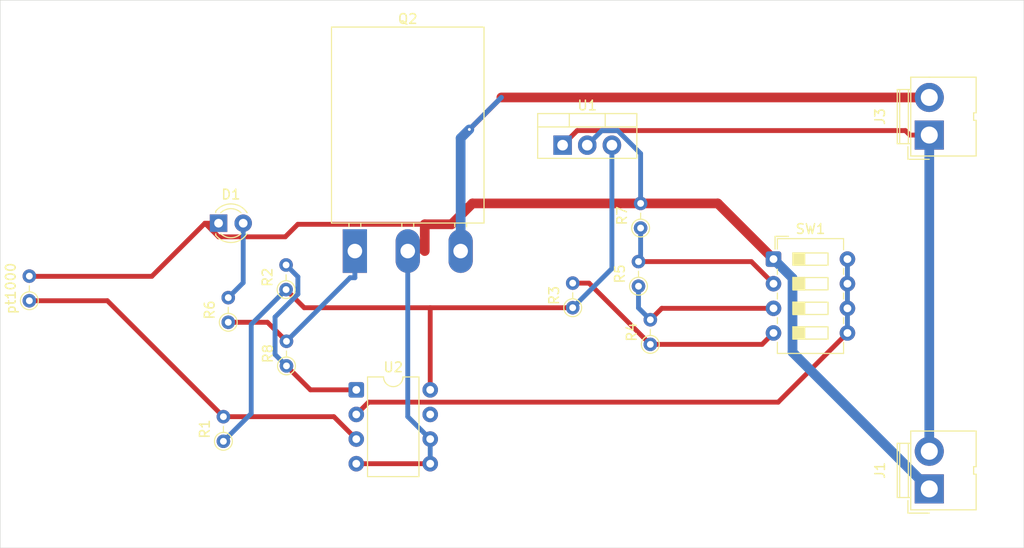
<source format=kicad_pcb>
(kicad_pcb (version 20241229) (generator "pcbnew") (generator_version "9.0")
  (layers (0 "F.Cu" signal) (2 "B.Cu" signal) (13 "F.Paste" user) (15 "B.Paste" user) (5 "F.SilkS" user "F.Silkscreen") (7 "B.SilkS" user "B.Silkscreen") (1 "F.Mask" user) (3 "B.Mask" user) (25 "Edge.Cuts" user))
  (net 0 "")
  (net 1 "Net-(D1-A)")
  (net 2 "GND")
  (net 3 "VCC")
  (net 4 "Net-(J3-Pin_2)")
  (net 5 "Net-(Q2-B)")
  (net 6 "5v")
  (net 7 "Net-(U2A-+)")
  (net 8 "Net-(R3-Pad2)")
  (net 9 "Net-(R4-Pad2)")
  (net 10 "Net-(R5-Pad2)")
  (net 12 "Net-(R2-Pad2)")
  (net 13 "Net-(U2A--)")
  (footprint "Resistor_THT:R_Axial_DIN0204_L3.6mm_D1.6mm_P2.54mm_Vertical" (layer "F.Cu") (at 90.46 95.85 90)
    (property "Reference" "R2" (at 1.27 -1.92 90) (layer "F.SilkS"))
    (property "Value" "10k")
    (fp_line (start 0.92 0) (end 1.54 0) (stroke (width 0.12)) (layer "F.SilkS"))
    (fp_circle (center 0 0) (end 0.92 0) (stroke (width 0.12)) (fill no) (layer "F.SilkS"))
    (pad "1" thru_hole circle (at 0 0 90) (size 1.4 1.4) (drill 0.7) (layers "*.Cu" "*.Mask") (net 6 "5v"))
    (pad "2" thru_hole circle (at 2.54 0 90) (size 1.4 1.4) (drill 0.7) (layers "*.Cu" "*.Mask") (net 12 "Net-(R2-Pad2)"))
  )
  (footprint "Resistor_THT:R_Axial_DIN0204_L3.6mm_D1.6mm_P2.54mm_Vertical" (layer "F.Cu") (at 120 97.72 90)
    (property "Reference" "R3" (at 1.27 -1.92 90) (layer "F.SilkS"))
    (property "Value" "12k")
    (fp_line (start 0.92 0) (end 1.54 0) (stroke (width 0.12)) (layer "F.SilkS"))
    (fp_circle (center 0 0) (end 0.92 0) (stroke (width 0.12)) (fill no) (layer "F.SilkS"))
    (pad "1" thru_hole circle (at 0 0 90) (size 1.4 1.4) (drill 0.7) (layers "*.Cu" "*.Mask") (net 6 "5v"))
    (pad "2" thru_hole circle (at 2.54 0 90) (size 1.4 1.4) (drill 0.7) (layers "*.Cu" "*.Mask") (net 8 "Net-(R3-Pad2)"))
  )
  (footprint "Connector:JWT_A3963_1x02_P3.96mm_Vertical" (layer "F.Cu") (at 156.75 79.9075 90)
    (property "Reference" "J3" (at 1.91 -5.08 90) (layer "F.SilkS"))
    (property "Value" "out")
    (fp_line (start -0.89 -3.3) (end 4.7 -3.3) (stroke (width 0.12)) (layer "F.SilkS"))
    (fp_line (start -0.89 -3.05) (end 4.7 -3.05) (stroke (width 0.12)) (layer "F.SilkS"))
    (fp_line (start -1.2 -2.2) (end -2.5 -2.2) (stroke (width 0.12)) (layer "F.SilkS"))
    (fp_line (start -2.5 -2.2) (end -2.5 0) (stroke (width 0.12)) (layer "F.SilkS"))
    (fp_line (start -0.89 -2.16) (end 4.7 -2.16) (stroke (width 0.12)) (layer "F.SilkS"))
    (fp_line (start 5.97 -1.91) (end 5.97 0) (stroke (width 0.12)) (layer "F.SilkS"))
    (fp_line (start 4.7 -1.91) (end 4.7 -3.3) (stroke (width 0.12)) (layer "F.SilkS"))
    (fp_line (start -0.89 -1.91) (end -0.89 -3.3) (stroke (width 0.12)) (layer "F.SilkS"))
    (fp_line (start -2.16 -1.91) (end 5.97 -1.91) (stroke (width 0.12)) (layer "F.SilkS"))
    (fp_line (start -2.16 -1.91) (end -2.16 0) (stroke (width 0.12)) (layer "F.SilkS"))
    (fp_line (start -2.16 0) (end -2.16 4.83) (stroke (width 0.12)) (layer "F.SilkS"))
    (fp_line (start 2.29 4.57) (end 2.29 4.83) (stroke (width 0.12)) (layer "F.SilkS"))
    (fp_line (start 1.52 4.57) (end 2.29 4.57) (stroke (width 0.12)) (layer "F.SilkS"))
    (fp_line (start 5.97 4.83) (end 5.97 0) (stroke (width 0.12)) (layer "F.SilkS"))
    (fp_line (start 2.29 4.83) (end 5.97 4.83) (stroke (width 0.12)) (layer "F.SilkS"))
    (fp_line (start 1.52 4.83) (end 1.52 4.57) (stroke (width 0.12)) (layer "F.SilkS"))
    (fp_line (start 1.52 4.83) (end -2.16 4.83) (stroke (width 0.12)) (layer "F.SilkS"))
    (pad "1" thru_hole rect (at 0 0 90) (size 3 3) (drill 1.75) (layers "*.Cu" "*.Mask") (net 3 "VCC"))
    (pad "2" thru_hole circle (at 3.88 0 90) (size 3 3) (drill 1.75) (layers "*.Cu" "*.Mask") (net 4 "Net-(J3-Pin_2)"))
  )
  (footprint "Resistor_THT:R_Axial_DIN0204_L3.6mm_D1.6mm_P2.54mm_Vertical" (layer "F.Cu") (at 90.5 103.72 90)
    (property "Reference" "R8" (at 1.27 -1.92 90) (layer "F.SilkS"))
    (property "Value" "10k")
    (fp_line (start 0.92 0) (end 1.54 0) (stroke (width 0.12)) (layer "F.SilkS"))
    (fp_circle (center 0 0) (end 0.92 0) (stroke (width 0.12)) (fill no) (layer "F.SilkS"))
    (pad "1" thru_hole circle (at 0 0 90) (size 1.4 1.4) (drill 0.7) (layers "*.Cu" "*.Mask") (net 12 "Net-(R2-Pad2)"))
    (pad "2" thru_hole circle (at 2.54 0 90) (size 1.4 1.4) (drill 0.7) (layers "*.Cu" "*.Mask") (net 5 "Net-(Q2-B)"))
  )
  (footprint "Resistor_THT:R_Axial_DIN0204_L3.6mm_D1.6mm_P2.54mm_Vertical" (layer "F.Cu") (at 126.78 95.5 90)
    (property "Reference" "R5" (at 1.27 -1.92 90) (layer "F.SilkS"))
    (property "Value" "14k")
    (fp_line (start 0.92 0) (end 1.54 0) (stroke (width 0.12)) (layer "F.SilkS"))
    (fp_circle (center 0 0) (end 0.92 0) (stroke (width 0.12)) (fill no) (layer "F.SilkS"))
    (pad "1" thru_hole circle (at 0 0 90) (size 1.4 1.4) (drill 0.7) (layers "*.Cu" "*.Mask") (net 9 "Net-(R4-Pad2)"))
    (pad "2" thru_hole circle (at 2.54 0 90) (size 1.4 1.4) (drill 0.7) (layers "*.Cu" "*.Mask") (net 10 "Net-(R5-Pad2)"))
  )
  (footprint "Resistor_THT:R_Axial_DIN0204_L3.6mm_D1.6mm_P2.54mm_Vertical" (layer "F.Cu") (at 127 89.5 90)
    (property "Reference" "R7" (at 1.27 -1.92 90) (layer "F.SilkS"))
    (property "Value" "15k")
    (fp_line (start 0.92 0) (end 1.54 0) (stroke (width 0.12)) (layer "F.SilkS"))
    (fp_circle (center 0 0) (end 0.92 0) (stroke (width 0.12)) (fill no) (layer "F.SilkS"))
    (pad "1" thru_hole circle (at 0 0 90) (size 1.4 1.4) (drill 0.7) (layers "*.Cu" "*.Mask") (net 10 "Net-(R5-Pad2)"))
    (pad "2" thru_hole circle (at 2.54 0 90) (size 1.4 1.4) (drill 0.7) (layers "*.Cu" "*.Mask") (net 2 "GND"))
  )
  (footprint "Package_TO_SOT_THT:TO-3P-3_Horizontal_TabDown" (layer "F.Cu") (at 97.55 91.875)
    (property "Reference" "Q2" (at 5.45 -23.95 0) (layer "F.SilkS"))
    (property "Value" "2N3055")
    (fp_line (start -2.41 -23.11) (end 13.31 -23.11) (stroke (width 0.12)) (layer "F.SilkS"))
    (fp_line (start -2.41 -2.89) (end -2.41 -23.11) (stroke (width 0.12)) (layer "F.SilkS"))
    (fp_line (start -2.41 -2.89) (end 13.31 -2.89) (stroke (width 0.12)) (layer "F.SilkS"))
    (fp_line (start -0.61 -2.89) (end -0.61 -2.51) (stroke (width 0.12)) (layer "F.SilkS"))
    (fp_line (start 0.61 -2.89) (end 0.61 -2.51) (stroke (width 0.12)) (layer "F.SilkS"))
    (fp_line (start 4.84 -2.89) (end 4.84 -2.51) (stroke (width 0.12)) (layer "F.SilkS"))
    (fp_line (start 6.06 -2.89) (end 6.06 -2.51) (stroke (width 0.12)) (layer "F.SilkS"))
    (fp_line (start 10.29 -2.89) (end 10.29 -2.51) (stroke (width 0.12)) (layer "F.SilkS"))
    (fp_line (start 11.51 -2.89) (end 11.51 -2.51) (stroke (width 0.12)) (layer "F.SilkS"))
    (fp_line (start 13.31 -2.89) (end 13.31 -23.11) (stroke (width 0.12)) (layer "F.SilkS"))
    (pad "" np_thru_hole circle (at 5.45 -18.8) (size 3.4 3.4) (drill 3.4) (layers "*.Cu" "*.Mask"))
    (pad "1" thru_hole rect (at 0 0) (size 2.5 4.5) (drill 1.5) (layers "*.Cu" "*.Mask") (net 5 "Net-(Q2-B)"))
    (pad "2" thru_hole oval (at 5.45 0) (size 2.5 4.5) (drill 1.5) (layers "*.Cu" "*.Mask") (net 2 "GND"))
    (pad "3" thru_hole oval (at 10.9 0) (size 2.5 4.5) (drill 1.5) (layers "*.Cu" "*.Mask") (net 4 "Net-(J3-Pin_2)"))
  )
  (footprint "Resistor_THT:R_Axial_DIN0204_L3.6mm_D1.6mm_P2.54mm_Vertical" (layer "F.Cu") (at 84.5 99.22 90)
    (property "Reference" "R6" (at 1.27 -1.92 90) (layer "F.SilkS"))
    (property "Value" "330.")
    (fp_line (start 0.92 0) (end 1.54 0) (stroke (width 0.12)) (layer "F.SilkS"))
    (fp_circle (center 0 0) (end 0.92 0) (stroke (width 0.12)) (fill no) (layer "F.SilkS"))
    (pad "1" thru_hole circle (at 0 0 90) (size 1.4 1.4) (drill 0.7) (layers "*.Cu" "*.Mask") (net 5 "Net-(Q2-B)"))
    (pad "2" thru_hole circle (at 2.54 0 90) (size 1.4 1.4) (drill 0.7) (layers "*.Cu" "*.Mask") (net 1 "Net-(D1-A)"))
  )
  (footprint "Resistor_THT:R_Axial_DIN0204_L3.6mm_D1.6mm_P2.54mm_Vertical" (layer "F.Cu") (at 64 97 90)
    (property "Reference" "pt1000" (at 1.27 -1.92 90) (layer "F.SilkS"))
    (property "Value" "1k")
    (fp_line (start 0.92 0) (end 1.54 0) (stroke (width 0.12)) (layer "F.SilkS"))
    (fp_circle (center 0 0) (end 0.92 0) (stroke (width 0.12)) (fill no) (layer "F.SilkS"))
    (pad "1" thru_hole circle (at 0 0 90) (size 1.4 1.4) (drill 0.7) (layers "*.Cu" "*.Mask") (net 7 "Net-(U2A-+)"))
    (pad "2" thru_hole circle (at 2.54 0 90) (size 1.4 1.4) (drill 0.7) (layers "*.Cu" "*.Mask") (net 2 "GND"))
  )
  (footprint "Button_Switch_THT:SW_DIP_SPSTx04_Slide_6.7x11.72mm_W7.62mm_P2.54mm_LowProfile" (layer "F.Cu") (at 140.695 92.7025)
    (property "Reference" "SW1" (at 3.81 -3.11 0) (layer "F.SilkS"))
    (property "Value" "SW_DIP_x04")
    (fp_line (start 0.16 -2.35) (end 0.16 -1.04) (stroke (width 0.12)) (layer "F.SilkS"))
    (fp_line (start 0.16 -2.35) (end 1.543 -2.35) (stroke (width 0.12)) (layer "F.SilkS"))
    (fp_line (start 0.4 -2.11) (end 0.4 -1.04) (stroke (width 0.12)) (layer "F.SilkS"))
    (fp_line (start 0.4 -2.11) (end 7.22 -2.11) (stroke (width 0.12)) (layer "F.SilkS"))
    (fp_line (start 0.4 1.04) (end 0.4 1.58) (stroke (width 0.12)) (layer "F.SilkS"))
    (fp_line (start 0.4 3.5) (end 0.4 4.12) (stroke (width 0.12)) (layer "F.SilkS"))
    (fp_line (start 0.4 6.04) (end 0.4 6.66) (stroke (width 0.12)) (layer "F.SilkS"))
    (fp_line (start 0.4 8.58) (end 0.4 9.73) (stroke (width 0.12)) (layer "F.SilkS"))
    (fp_line (start 0.4 9.73) (end 7.22 9.73) (stroke (width 0.12)) (layer "F.SilkS"))
    (fp_line (start 3.206667 -0.635) (end 3.206667 0.635) (stroke (width 0.12)) (layer "F.SilkS"))
    (fp_line (start 3.206667 1.905) (end 3.206667 3.175) (stroke (width 0.12)) (layer "F.SilkS"))
    (fp_line (start 3.206667 4.445) (end 3.206667 5.715) (stroke (width 0.12)) (layer "F.SilkS"))
    (fp_line (start 3.206667 6.985) (end 3.206667 8.255) (stroke (width 0.12)) (layer "F.SilkS"))
    (fp_line (start 7.22 -2.11) (end 7.22 -0.96) (stroke (width 0.12)) (layer "F.SilkS"))
    (fp_line (start 7.22 0.96) (end 7.22 1.58) (stroke (width 0.12)) (layer "F.SilkS"))
    (fp_line (start 7.22 3.5) (end 7.22 4.12) (stroke (width 0.12)) (layer "F.SilkS"))
    (fp_line (start 7.22 6.04) (end 7.22 6.66) (stroke (width 0.12)) (layer "F.SilkS"))
    (fp_line (start 7.22 8.58) (end 7.22 9.73) (stroke (width 0.12)) (layer "F.SilkS"))
    (fp_rect (start 2 -0.635) (end 3.206667 0.635) (stroke (width 0.12)) (fill yes) (layer "F.SilkS"))
    (fp_rect (start 2 -0.635) (end 5.62 0.635) (stroke (width 0.12)) (fill no) (layer "F.SilkS"))
    (fp_rect (start 2 1.905) (end 3.206667 3.175) (stroke (width 0.12)) (fill yes) (layer "F.SilkS"))
    (fp_rect (start 2 1.905) (end 5.62 3.175) (stroke (width 0.12)) (fill no) (layer "F.SilkS"))
    (fp_rect (start 2 4.445) (end 3.206667 5.715) (stroke (width 0.12)) (fill yes) (layer "F.SilkS"))
    (fp_rect (start 2 4.445) (end 5.62 5.715) (stroke (width 0.12)) (fill no) (layer "F.SilkS"))
    (fp_rect (start 2 6.985) (end 3.206667 8.255) (stroke (width 0.12)) (fill yes) (layer "F.SilkS"))
    (fp_rect (start 2 6.985) (end 5.62 8.255) (stroke (width 0.12)) (fill no) (layer "F.SilkS"))
    (pad "1" thru_hole roundrect (at 0 0) (size 1.6 1.6) (drill 0.8) (layers "*.Cu" "*.Mask") (roundrect_rratio 0.15625) (net 2 "GND"))
    (pad "2" thru_hole circle (at 0 2.54) (size 1.6 1.6) (drill 0.8) (layers "*.Cu" "*.Mask") (net 10 "Net-(R5-Pad2)"))
    (pad "3" thru_hole circle (at 0 5.08) (size 1.6 1.6) (drill 0.8) (layers "*.Cu" "*.Mask") (net 9 "Net-(R4-Pad2)"))
    (pad "4" thru_hole circle (at 0 7.62) (size 1.6 1.6) (drill 0.8) (layers "*.Cu" "*.Mask") (net 8 "Net-(R3-Pad2)"))
    (pad "5" thru_hole circle (at 7.62 7.62) (size 1.6 1.6) (drill 0.8) (layers "*.Cu" "*.Mask") (net 13 "Net-(U2A--)"))
    (pad "6" thru_hole circle (at 7.62 5.08) (size 1.6 1.6) (drill 0.8) (layers "*.Cu" "*.Mask") (net 13 "Net-(U2A--)"))
    (pad "7" thru_hole circle (at 7.62 2.54) (size 1.6 1.6) (drill 0.8) (layers "*.Cu" "*.Mask") (net 13 "Net-(U2A--)"))
    (pad "8" thru_hole circle (at 7.62 0) (size 1.6 1.6) (drill 0.8) (layers "*.Cu" "*.Mask") (net 13 "Net-(U2A--)"))
  )
  (footprint "Resistor_THT:R_Axial_DIN0204_L3.6mm_D1.6mm_P2.54mm_Vertical" (layer "F.Cu") (at 84 111.5 90)
    (property "Reference" "R1" (at 1.27 -1.92 90) (layer "F.SilkS"))
    (property "Value" "10K")
    (fp_line (start 0.92 0) (end 1.54 0) (stroke (width 0.12)) (layer "F.SilkS"))
    (fp_circle (center 0 0) (end 0.92 0) (stroke (width 0.12)) (fill no) (layer "F.SilkS"))
    (pad "1" thru_hole circle (at 0 0 90) (size 1.4 1.4) (drill 0.7) (layers "*.Cu" "*.Mask") (net 6 "5v"))
    (pad "2" thru_hole circle (at 2.54 0 90) (size 1.4 1.4) (drill 0.7) (layers "*.Cu" "*.Mask") (net 7 "Net-(U2A-+)"))
  )
  (footprint "Package_DIP:DIP-8_W7.62mm" (layer "F.Cu") (at 97.695 106.19)
    (property "Reference" "U2" (at 3.81 -2.33 0) (layer "F.SilkS"))
    (property "Value" "LM393")
    (fp_line (start 1.16 -1.33) (end 1.16 8.95) (stroke (width 0.12)) (layer "F.SilkS"))
    (fp_line (start 1.16 8.95) (end 6.46 8.95) (stroke (width 0.12)) (layer "F.SilkS"))
    (fp_line (start 2.81 -1.33) (end 1.16 -1.33) (stroke (width 0.12)) (layer "F.SilkS"))
    (fp_line (start 6.46 -1.33) (end 4.81 -1.33) (stroke (width 0.12)) (layer "F.SilkS"))
    (fp_line (start 6.46 8.95) (end 6.46 -1.33) (stroke (width 0.12)) (layer "F.SilkS"))
    (fp_arc (start 4.81 -1.33) (mid 3.81 -0.33) (end 2.81 -1.33) (stroke (width 0.12)) (layer "F.SilkS"))
    (pad "1" thru_hole roundrect (at 0 0) (size 1.6 1.6) (drill 0.8) (layers "*.Cu" "*.Mask") (roundrect_rratio 0.15625) (net 12 "Net-(R2-Pad2)"))
    (pad "2" thru_hole circle (at 0 2.54) (size 1.6 1.6) (drill 0.8) (layers "*.Cu" "*.Mask") (net 13 "Net-(U2A--)"))
    (pad "3" thru_hole circle (at 0 5.08) (size 1.6 1.6) (drill 0.8) (layers "*.Cu" "*.Mask") (net 7 "Net-(U2A-+)"))
    (pad "4" thru_hole circle (at 0 7.62) (size 1.6 1.6) (drill 0.8) (layers "*.Cu" "*.Mask") (net 2 "GND"))
    (pad "5" thru_hole circle (at 7.62 7.62) (size 1.6 1.6) (drill 0.8) (layers "*.Cu" "*.Mask") (net 2 "GND"))
    (pad "6" thru_hole circle (at 7.62 5.08) (size 1.6 1.6) (drill 0.8) (layers "*.Cu" "*.Mask") (net 2 "GND"))
    (pad "7" thru_hole circle (at 7.62 2.54) (size 1.6 1.6) (drill 0.8) (layers "*.Cu" "*.Mask"))
    (pad "8" thru_hole circle (at 7.62 0) (size 1.6 1.6) (drill 0.8) (layers "*.Cu" "*.Mask") (net 6 "5v"))
  )
  (footprint "Connector:JWT_A3963_1x02_P3.96mm_Vertical" (layer "F.Cu") (at 156.75 116.4075 90)
    (property "Reference" "J1" (at 1.91 -5.08 90) (layer "F.SilkS"))
    (property "Value" "IN")
    (fp_line (start -0.89 -3.3) (end 4.7 -3.3) (stroke (width 0.12)) (layer "F.SilkS"))
    (fp_line (start -0.89 -3.05) (end 4.7 -3.05) (stroke (width 0.12)) (layer "F.SilkS"))
    (fp_line (start -1.2 -2.2) (end -2.5 -2.2) (stroke (width 0.12)) (layer "F.SilkS"))
    (fp_line (start -2.5 -2.2) (end -2.5 0) (stroke (width 0.12)) (layer "F.SilkS"))
    (fp_line (start -0.89 -2.16) (end 4.7 -2.16) (stroke (width 0.12)) (layer "F.SilkS"))
    (fp_line (start 5.97 -1.91) (end 5.97 0) (stroke (width 0.12)) (layer "F.SilkS"))
    (fp_line (start 4.7 -1.91) (end 4.7 -3.3) (stroke (width 0.12)) (layer "F.SilkS"))
    (fp_line (start -0.89 -1.91) (end -0.89 -3.3) (stroke (width 0.12)) (layer "F.SilkS"))
    (fp_line (start -2.16 -1.91) (end 5.97 -1.91) (stroke (width 0.12)) (layer "F.SilkS"))
    (fp_line (start -2.16 -1.91) (end -2.16 0) (stroke (width 0.12)) (layer "F.SilkS"))
    (fp_line (start -2.16 0) (end -2.16 4.83) (stroke (width 0.12)) (layer "F.SilkS"))
    (fp_line (start 2.29 4.57) (end 2.29 4.83) (stroke (width 0.12)) (layer "F.SilkS"))
    (fp_line (start 1.52 4.57) (end 2.29 4.57) (stroke (width 0.12)) (layer "F.SilkS"))
    (fp_line (start 5.97 4.83) (end 5.97 0) (stroke (width 0.12)) (layer "F.SilkS"))
    (fp_line (start 2.29 4.83) (end 5.97 4.83) (stroke (width 0.12)) (layer "F.SilkS"))
    (fp_line (start 1.52 4.83) (end 1.52 4.57) (stroke (width 0.12)) (layer "F.SilkS"))
    (fp_line (start 1.52 4.83) (end -2.16 4.83) (stroke (width 0.12)) (layer "F.SilkS"))
    (pad "1" thru_hole rect (at 0 0 90) (size 3 3) (drill 1.75) (layers "*.Cu" "*.Mask") (net 2 "GND"))
    (pad "2" thru_hole circle (at 3.88 0 90) (size 3 3) (drill 1.75) (layers "*.Cu" "*.Mask") (net 3 "VCC"))
  )
  (footprint "Package_TO_SOT_THT:TO-220-3_Vertical" (layer "F.Cu") (at 118.96 80.95)
    (property "Reference" "U1" (at 2.54 -4.1 0) (layer "F.SilkS"))
    (property "Value" "LM7805_TO220")
    (fp_line (start -2.57 -3.26) (end -2.57 1.36) (stroke (width 0.12)) (layer "F.SilkS"))
    (fp_line (start -2.57 -3.26) (end 7.65 -3.26) (stroke (width 0.12)) (layer "F.SilkS"))
    (fp_line (start -2.57 -1.88) (end 7.65 -1.88) (stroke (width 0.12)) (layer "F.SilkS"))
    (fp_line (start -2.57 1.36) (end 7.65 1.36) (stroke (width 0.12)) (layer "F.SilkS"))
    (fp_line (start 0.69 -3.26) (end 0.69 -1.88) (stroke (width 0.12)) (layer "F.SilkS"))
    (fp_line (start 4.39 -3.26) (end 4.39 -1.88) (stroke (width 0.12)) (layer "F.SilkS"))
    (fp_line (start 7.65 -3.26) (end 7.65 1.36) (stroke (width 0.12)) (layer "F.SilkS"))
    (pad "1" thru_hole rect (at 0 0) (size 1.905 2) (drill 1.1) (layers "*.Cu" "*.Mask") (net 3 "VCC"))
    (pad "2" thru_hole oval (at 2.54 0) (size 1.905 2) (drill 1.1) (layers "*.Cu" "*.Mask") (net 2 "GND"))
    (pad "3" thru_hole oval (at 5.08 0) (size 1.905 2) (drill 1.1) (layers "*.Cu" "*.Mask") (net 6 "5v"))
  )
  (footprint "LED_THT:LED_D3.0mm" (layer "F.Cu") (at 83.5 89)
    (property "Reference" "D1" (at 1.27 -2.96 0) (layer "F.SilkS"))
    (property "Value" "LED")
    (fp_line (start -0.29 -1.236) (end -0.29 -1.08) (stroke (width 0.12)) (layer "F.SilkS"))
    (fp_line (start -0.29 1.08) (end -0.29 1.236) (stroke (width 0.12)) (layer "F.SilkS"))
    (fp_arc (start -0.29 -1.235516) (mid 1.36566 -1.987699) (end 2.941437 -1.08) (stroke (width 0.12)) (layer "F.SilkS"))
    (fp_arc (start 0.229039 -1.08) (mid 1.27 -1.5) (end 2.310961 -1.08) (stroke (width 0.12)) (layer "F.SilkS"))
    (fp_arc (start 2.310961 1.08) (mid 1.27 1.5) (end 0.229039 1.08) (stroke (width 0.12)) (layer "F.SilkS"))
    (fp_arc (start 2.941437 1.08) (mid 1.36566 1.987699) (end -0.29 1.235516) (stroke (width 0.12)) (layer "F.SilkS"))
    (pad "1" thru_hole rect (at 0 0) (size 1.8 1.8) (drill 0.9) (layers "*.Cu" "*.Mask") (net 2 "GND"))
    (pad "2" thru_hole circle (at 2.54 0) (size 1.8 1.8) (drill 0.9) (layers "*.Cu" "*.Mask") (net 1 "Net-(D1-A)"))
  )
  (footprint "Resistor_THT:R_Axial_DIN0204_L3.6mm_D1.6mm_P2.54mm_Vertical" (layer "F.Cu") (at 128 101.5 90)
    (property "Reference" "R4" (at 1.27 -1.92 90) (layer "F.SilkS"))
    (property "Value" "13k")
    (fp_line (start 0.92 0) (end 1.54 0) (stroke (width 0.12)) (layer "F.SilkS"))
    (fp_circle (center 0 0) (end 0.92 0) (stroke (width 0.12)) (fill no) (layer "F.SilkS"))
    (pad "1" thru_hole circle (at 0 0 90) (size 1.4 1.4) (drill 0.7) (layers "*.Cu" "*.Mask") (net 8 "Net-(R3-Pad2)"))
    (pad "2" thru_hole circle (at 2.54 0 90) (size 1.4 1.4) (drill 0.7) (layers "*.Cu" "*.Mask") (net 9 "Net-(R4-Pad2)"))
  )
  (gr_rect (start 61 66) (end 166.5 122.5) (stroke (width 0.05)) (fill no) (layer "Edge.Cuts"))
  (segment (start 86.04 89) (end 86.04 95.14) (width 0.5) (layer "B.Cu") (net 1))
  (segment (start 86.04 95.14) (end 84.5 96.68) (width 0.5) (layer "B.Cu") (net 1))
  (segment (start 82.1 89) (end 83.5067 90.4067) (width 0.5) (layer "F.Cu") (net 2))
  (segment (start 83.5067 90.4067) (end 90.3742 90.4067) (width 0.5) (layer "F.Cu") (net 2))
  (segment (start 104.75 89.1125) (end 104.75 91.875) (width 1) (layer "F.Cu") (net 2))
  (segment (start 90.3742 90.4067) (end 91.6684 89.1125) (width 0.5) (layer "F.Cu") (net 2))
  (segment (start 97.695 113.81) (end 105.315 113.81) (width 0.5) (layer "F.Cu") (net 2))
  (segment (start 109.665 86.96) (end 107.5125 89.1125) (width 1) (layer "F.Cu") (net 2))
  (segment (start 64 94.48) (end 64 94.5) (width 0.5) (layer "F.Cu") (net 2))
  (segment (start 64 94.46) (end 64 94.48) (width 0.5) (layer "F.Cu") (net 2))
  (segment (start 140.695 92.7025) (end 134.9525 86.96) (width 1) (layer "F.Cu") (net 2))
  (segment (start 103 91.875) (end 104.75 91.875) (width 0.5) (layer "F.Cu") (net 2))
  (segment (start 83.5 89) (end 82.1 89) (width 0.5) (layer "F.Cu") (net 2))
  (segment (start 91.6684 89.1125) (end 104.75 89.1125) (width 0.5) (layer "F.Cu") (net 2))
  (segment (start 134.9525 86.96) (end 127 86.96) (width 1) (layer "F.Cu") (net 2))
  (segment (start 127 86.96) (end 109.665 86.96) (width 1) (layer "F.Cu") (net 2))
  (segment (start 107.5125 89.1125) (end 104.75 89.1125) (width 1) (layer "F.Cu") (net 2))
  (segment (start 64 94.48) (end 76.62 94.48) (width 0.5) (layer "F.Cu") (net 2))
  (segment (start 76.62 94.48) (end 82.1 89) (width 0.5) (layer "F.Cu") (net 2))
  (segment (start 124.6347 79.4523) (end 127 81.8176) (width 0.5) (layer "B.Cu") (net 2))
  (segment (start 127 81.8176) (end 127 86.96) (width 0.5) (layer "B.Cu") (net 2))
  (segment (start 156.75 116.4075) (end 142.6552 102.3127) (width 1) (layer "B.Cu") (net 2))
  (segment (start 103 91.875) (end 103 108.955) (width 0.5) (layer "B.Cu") (net 2))
  (segment (start 103 108.955) (end 105.315 111.27) (width 0.5) (layer "B.Cu") (net 2))
  (segment (start 122.9977 79.4523) (end 124.6347 79.4523) (width 0.5) (layer "B.Cu") (net 2))
  (segment (start 142.6552 102.3127) (end 142.6552 94.6627) (width 1) (layer "B.Cu") (net 2))
  (segment (start 121.5 80.95) (end 122.9977 79.4523) (width 0.5) (layer "B.Cu") (net 2))
  (segment (start 105.315 111.27) (end 105.315 113.81) (width 0.5) (layer "B.Cu") (net 2))
  (segment (start 142.6552 94.6627) (end 140.695 92.7025) (width 1) (layer "B.Cu") (net 2))
  (segment (start 118.96 80.95) (end 120.4639 79.4461) (width 0.5) (layer "F.Cu") (net 3))
  (segment (start 120.4639 79.4461) (end 154.2886 79.4461) (width 0.5) (layer "F.Cu") (net 3))
  (segment (start 154.2886 79.4461) (end 154.75 79.9075) (width 0.5) (layer "F.Cu") (net 3))
  (segment (start 156.75 79.9075) (end 154.75 79.9075) (width 0.5) (layer "F.Cu") (net 3))
  (segment (start 156.75 79.9075) (end 156.75 112.5275) (width 1) (layer "B.Cu") (net 3))
  (segment (start 109.3473 79.3276) (end 112.6474 76.0275) (width 0.5) (layer "F.Cu") (net 4))
  (segment (start 112.6474 76.0275) (end 109.3473 79.3276) (width 0.5) (layer "F.Cu") (net 4))
  (segment (start 112.6474 76.0275) (end 156.75 76.0275) (width 1) (layer "F.Cu") (net 4))
  (segment (start 109.3473 79.3276) (end 112.6474 76.0275) (width 0.5) (layer "F.Cu") (net 4))
  (via (at 109.3473 79.3276) (size 0.6) (drill 0.3) (layers "F.Cu" "B.Cu") (net 4))
  (segment (start 108.45 91.875) (end 108.45 80.2249) (width 1) (layer "B.Cu") (net 4))
  (segment (start 109.3473 79.3276) (end 112.6474 76.0275) (width 0.5) (layer "B.Cu") (net 4))
  (segment (start 112.6474 76.0275) (end 109.3473 79.3276) (width 0.5) (layer "B.Cu") (net 4))
  (segment (start 108.45 80.2249) (end 109.3473 79.3276) (width 1) (layer "B.Cu") (net 4))
  (segment (start 88.54 99.22) (end 90.5 101.18) (width 0.5) (layer "F.Cu") (net 5))
  (segment (start 84.5 99.22) (end 88.54 99.22) (width 0.5) (layer "F.Cu") (net 5))
  (segment (start 97.55 91.875) (end 97.55 94.625) (width 0.5) (layer "B.Cu") (net 5))
  (segment (start 97.055 94.625) (end 97.55 94.625) (width 0.5) (layer "B.Cu") (net 5))
  (segment (start 90.5 101.18) (end 97.055 94.625) (width 0.5) (layer "B.Cu") (net 5))
  (segment (start 105.315 106.19) (end 105.315 97.72) (width 0.5) (layer "F.Cu") (net 6))
  (segment (start 105.315 97.72) (end 92.33 97.72) (width 0.5) (layer "F.Cu") (net 6))
  (segment (start 92.33 97.72) (end 90.46 95.85) (width 0.5) (layer "F.Cu") (net 6))
  (segment (start 120 97.72) (end 105.315 97.72) (width 0.5) (layer "F.Cu") (net 6))
  (segment (start 86.8663 108.6337) (end 86.8663 99.4437) (width 0.5) (layer "B.Cu") (net 6))
  (segment (start 84 111.5) (end 86.8663 108.6337) (width 0.5) (layer "B.Cu") (net 6))
  (segment (start 120 97.72) (end 124.04 93.68) (width 0.5) (layer "B.Cu") (net 6))
  (segment (start 124.04 93.68) (end 124.04 80.95) (width 0.5) (layer "B.Cu") (net 6))
  (segment (start 86.8663 99.4437) (end 90.46 95.85) (width 0.5) (layer "B.Cu") (net 6))
  (segment (start 84 108.96) (end 95.385 108.96) (width 0.5) (layer "F.Cu") (net 7))
  (segment (start 84 108.96) (end 72.04 97) (width 0.5) (layer "F.Cu") (net 7))
  (segment (start 72.04 97) (end 64 97) (width 0.5) (layer "F.Cu") (net 7))
  (segment (start 95.385 108.96) (end 97.695 111.27) (width 0.5) (layer "F.Cu") (net 7))
  (segment (start 140.695 100.3225) (end 139.5175 101.5) (width 0.5) (layer "F.Cu") (net 8))
  (segment (start 121.68 95.18) (end 120 95.18) (width 0.5) (layer "F.Cu") (net 8))
  (segment (start 128 101.5) (end 121.68 95.18) (width 0.5) (layer "F.Cu") (net 8))
  (segment (start 139.5175 101.5) (end 128 101.5) (width 0.5) (layer "F.Cu") (net 8))
  (segment (start 140.695 97.7825) (end 129.1775 97.7825) (width 0.5) (layer "F.Cu") (net 9))
  (segment (start 129.1775 97.7825) (end 128 98.96) (width 0.5) (layer "F.Cu") (net 9))
  (segment (start 126.78 97.74) (end 126.78 95.5) (width 0.5) (layer "B.Cu") (net 9))
  (segment (start 128 98.96) (end 126.78 97.74) (width 0.5) (layer "B.Cu") (net 9))
  (segment (start 138.4125 92.96) (end 140.695 95.2425) (width 0.5) (layer "F.Cu") (net 10))
  (segment (start 126.78 92.96) (end 138.4125 92.96) (width 0.5) (layer "F.Cu") (net 10))
  (segment (start 127 92.74) (end 127 89.5) (width 0.5) (layer "B.Cu") (net 10))
  (segment (start 126.78 92.96) (end 127 92.74) (width 0.5) (layer "B.Cu") (net 10))
  (segment (start 97.695 106.19) (end 92.97 106.19) (width 0.5) (layer "F.Cu") (net 12))
  (segment (start 92.97 106.19) (end 90.5 103.72) (width 0.5) (layer "F.Cu") (net 12))
  (segment (start 91.6761 94.5261) (end 90.46 93.31) (width 0.5) (layer "B.Cu") (net 12))
  (segment (start 91.6761 96.324) (end 91.6761 94.5261) (width 0.5) (layer "B.Cu") (net 12))
  (segment (start 89.3224 98.6777) (end 91.6761 96.324) (width 0.5) (layer "B.Cu") (net 12))
  (segment (start 89.3224 102.5424) (end 89.3224 98.6777) (width 0.5) (layer "B.Cu") (net 12))
  (segment (start 90.5 103.72) (end 89.3224 102.5424) (width 0.5) (layer "B.Cu") (net 12))
  (segment (start 97.695 108.73) (end 98.9649 107.4601) (width 0.5) (layer "F.Cu") (net 13))
  (segment (start 98.9649 107.4601) (end 141.1774 107.4601) (width 0.5) (layer "F.Cu") (net 13))
  (segment (start 141.1774 107.4601) (end 148.315 100.3225) (width 0.5) (layer "F.Cu") (net 13))
  (segment (start 148.315 97.7825) (end 148.315 95.2425) (width 0.5) (layer "B.Cu") (net 13))
  (segment (start 148.315 100.3225) (end 148.315 97.7825) (width 0.5) (layer "B.Cu") (net 13))
  (segment (start 148.315 95.2425) (end 148.315 92.7025) (width 0.5) (layer "B.Cu") (net 13))
)
</source>
